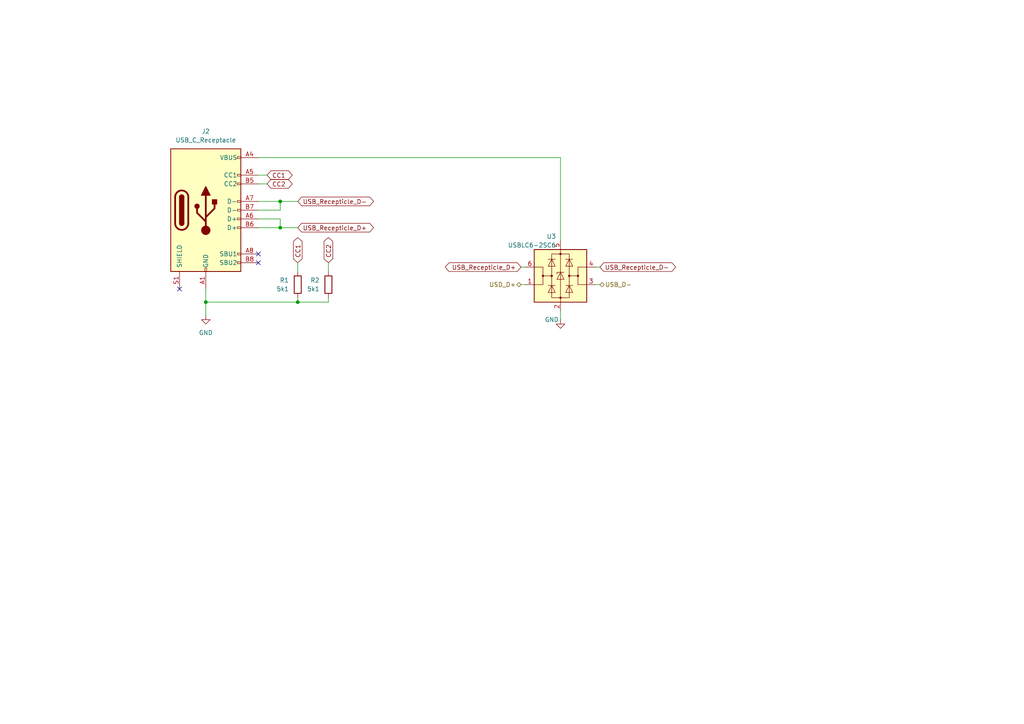
<source format=kicad_sch>
(kicad_sch (version 20231120) (generator "eeschema") (generator_version "8.0")
  (paper "A4")
  (lib_symbols
    (symbol "Connector:USB_C_Receptacle_USB2.0" (pin_names (offset 1.016))
      (property "Reference" "J" (at -10.16 19.05 0))
      (property "Value" "USB_C_Receptacle_USB2.0" (at 19.05 19.05 0))
      (symbol "USB_C_Receptacle_USB2.0_0_0"
        (rectangle (start -0.254 -17.78) (end 0.254 -16.764))
        (rectangle (start 10.16 -14.986) (end 9.144 -15.494))
        (rectangle (start 10.16 -12.446) (end 9.144 -12.954))
        (rectangle (start 10.16 -4.826) (end 9.144 -5.334))
        (rectangle (start 10.16 -2.286) (end 9.144 -2.794))
        (rectangle (start 10.16 0.254) (end 9.144 -0.254))
        (rectangle (start 10.16 2.794) (end 9.144 2.286))
        (rectangle (start 10.16 7.874) (end 9.144 7.366))
        (rectangle (start 10.16 10.414) (end 9.144 9.906))
        (rectangle (start 10.16 15.494) (end 9.144 14.986))
      )
      (symbol "USB_C_Receptacle_USB2.0_0_1"
        (rectangle (start -10.16 17.78) (end 10.16 -17.78) (stroke (width 0.254)) (fill (type background)))
        (arc (start -8.89 -3.81) (mid -6.985 -5.7067) (end -5.08 -3.81) (stroke (width 0.508)))
        (arc (start -7.62 -3.81) (mid -6.985 -4.4423) (end -6.35 -3.81) (stroke (width 0.254)))
        (arc (start -7.62 -3.81) (mid -6.985 -4.4423) (end -6.35 -3.81) (stroke (width 0.254)) (fill (type outline)))
        (rectangle (start -7.62 -3.81) (end -6.35 3.81) (stroke (width 0.254)) (fill (type outline)))
        (arc (start -6.35 3.81) (mid -6.985 4.4423) (end -7.62 3.81) (stroke (width 0.254)))
        (arc (start -6.35 3.81) (mid -6.985 4.4423) (end -7.62 3.81) (stroke (width 0.254)) (fill (type outline)))
        (arc (start -5.08 3.81) (mid -6.985 5.7067) (end -8.89 3.81) (stroke (width 0.508)))
        (circle (center -2.54 1.143) (radius 0.635) (stroke (width 0.254)) (fill (type outline)))
        (circle (center 0 -5.842) (radius 1.27) (fill (type outline)))
        (polyline (pts (xy -8.89 -3.81) (xy -8.89 3.81)) (stroke (width 0.508)))
        (polyline (pts (xy -5.08 3.81) (xy -5.08 -3.81)) (stroke (width 0.508)))
        (polyline (pts (xy 0 -5.842) (xy 0 4.318)) (stroke (width 0.508)))
        (polyline (pts (xy 0 -3.302) (xy -2.54 -0.762) (xy -2.54 0.508)) (stroke (width 0.508)))
        (polyline (pts (xy 0 -2.032) (xy 2.54 0.508) (xy 2.54 1.778)) (stroke (width 0.508)))
        (polyline (pts (xy -1.27 4.318) (xy 0 6.858) (xy 1.27 4.318) (xy -1.27 4.318)) (stroke (width 0.254)) (fill (type outline)))
        (rectangle (start 1.905 1.778) (end 3.175 3.048) (stroke (width 0.254)) (fill (type outline)))
      )
      (symbol "USB_C_Receptacle_USB2.0_1_1"
        (pin passive line (at 0 -22.86 90) (length 5.08) (name "GND") (number "A1"))
        (pin passive line (at 0 -22.86 90) (length 5.08) hide (name "GND") (number "A12"))
        (pin passive line (at 15.24 15.24 180) (length 5.08) (name "VBUS") (number "A4"))
        (pin bidirectional line (at 15.24 10.16 180) (length 5.08) (name "CC1") (number "A5"))
        (pin bidirectional line (at 15.24 -2.54 180) (length 5.08) (name "D+") (number "A6"))
        (pin bidirectional line (at 15.24 2.54 180) (length 5.08) (name "D-") (number "A7"))
        (pin bidirectional line (at 15.24 -12.7 180) (length 5.08) (name "SBU1") (number "A8"))
        (pin passive line (at 15.24 15.24 180) (length 5.08) hide (name "VBUS") (number "A9"))
        (pin passive line (at 0 -22.86 90) (length 5.08) hide (name "GND") (number "B1"))
        (pin passive line (at 0 -22.86 90) (length 5.08) hide (name "GND") (number "B12"))
        (pin passive line (at 15.24 15.24 180) (length 5.08) hide (name "VBUS") (number "B4"))
        (pin bidirectional line (at 15.24 7.62 180) (length 5.08) (name "CC2") (number "B5"))
        (pin bidirectional line (at 15.24 -5.08 180) (length 5.08) (name "D+") (number "B6"))
        (pin bidirectional line (at 15.24 0 180) (length 5.08) (name "D-") (number "B7"))
        (pin bidirectional line (at 15.24 -15.24 180) (length 5.08) (name "SBU2") (number "B8"))
        (pin passive line (at 15.24 15.24 180) (length 5.08) hide (name "VBUS") (number "B9"))
        (pin passive line (at -7.62 -22.86 90) (length 5.08) (name "SHIELD") (number "S1"))
      )
    )
    (symbol "Device:R" (pin_numbers hide) (pin_names (offset 0))
      (property "Reference" "R" (at 2.032 0 90))
      (property "Value" "R" (at 0 0 90))
      (symbol "R_0_1"
        (rectangle (start -1.016 -2.54) (end 1.016 2.54) (stroke (width 0.254)))
      )
      (symbol "R_1_1"
        (pin passive line (at 0 3.81 270) (length 1.27) (name "~") (number "1"))
        (pin passive line (at 0 -3.81 90) (length 1.27) (name "~") (number "2"))
      )
    )
    (symbol "Power_Protection:USBLC6-2SC6" (pin_names hide)
      (property "Reference" "U" (at 2.54 8.89 0))
      (property "Value" "USBLC6-2SC6" (at 2.54 -8.89 0))
      (symbol "USBLC6-2SC6_0_1"
        (rectangle (start -7.62 -7.62) (end 7.62 7.62) (stroke (width 0.254)) (fill (type background)))
        (circle (center -5.08 0) (radius 0.254) (fill (type outline)))
        (circle (center -2.54 0) (radius 0.254) (fill (type outline)))
        (rectangle (start -2.54 6.35) (end 2.54 -6.35))
        (circle (center 0 -6.35) (radius 0.254) (fill (type outline)))
        (polyline (pts (xy -5.08 -2.54) (xy -7.62 -2.54)))
        (polyline (pts (xy -5.08 0) (xy -5.08 -2.54)))
        (polyline (pts (xy -5.08 2.54) (xy -7.62 2.54)))
        (polyline (pts (xy -1.524 -2.794) (xy -3.556 -2.794)))
        (polyline (pts (xy -1.524 4.826) (xy -3.556 4.826)))
        (polyline (pts (xy 0 -7.62) (xy 0 -6.35)))
        (polyline (pts (xy 0 -6.35) (xy 0 1.27)))
        (polyline (pts (xy 0 1.27) (xy 0 6.35)))
        (polyline (pts (xy 0 6.35) (xy 0 7.62)))
        (polyline (pts (xy 1.524 -2.794) (xy 3.556 -2.794)))
        (polyline (pts (xy 1.524 4.826) (xy 3.556 4.826)))
        (polyline (pts (xy 5.08 -2.54) (xy 7.62 -2.54)))
        (polyline (pts (xy 5.08 0) (xy 5.08 -2.54)))
        (polyline (pts (xy 5.08 2.54) (xy 7.62 2.54)))
        (polyline (pts (xy -2.54 0) (xy -5.08 0) (xy -5.08 2.54)))
        (polyline (pts (xy 2.54 0) (xy 5.08 0) (xy 5.08 2.54)))
        (polyline (pts (xy -3.556 -4.826) (xy -1.524 -4.826) (xy -2.54 -2.794) (xy -3.556 -4.826)))
        (polyline (pts (xy -3.556 2.794) (xy -1.524 2.794) (xy -2.54 4.826) (xy -3.556 2.794)))
        (polyline (pts (xy -1.016 -1.016) (xy 1.016 -1.016) (xy 0 1.016) (xy -1.016 -1.016)))
        (polyline (pts (xy 1.016 1.016) (xy 0.762 1.016) (xy -1.016 1.016) (xy -1.016 0.508)))
        (polyline (pts (xy 3.556 -4.826) (xy 1.524 -4.826) (xy 2.54 -2.794) (xy 3.556 -4.826)))
        (polyline (pts (xy 3.556 2.794) (xy 1.524 2.794) (xy 2.54 4.826) (xy 3.556 2.794)))
        (circle (center 0 6.35) (radius 0.254) (fill (type outline)))
        (circle (center 2.54 0) (radius 0.254) (fill (type outline)))
        (circle (center 5.08 0) (radius 0.254) (fill (type outline)))
      )
      (symbol "USBLC6-2SC6_1_1"
        (pin passive line (at -10.16 -2.54 0) (length 2.54) (name "I/O1") (number "1"))
        (pin passive line (at 0 -10.16 90) (length 2.54) (name "GND") (number "2"))
        (pin passive line (at 10.16 -2.54 180) (length 2.54) (name "I/O2") (number "3"))
        (pin passive line (at 10.16 2.54 180) (length 2.54) (name "I/O2") (number "4"))
        (pin passive line (at 0 10.16 270) (length 2.54) (name "VBUS") (number "5"))
        (pin passive line (at -10.16 2.54 0) (length 2.54) (name "I/O1") (number "6"))
      )
    )
    (symbol "power:GND" (power) (pin_numbers hide) (pin_names (offset 0) hide)
      (property "Value" "GND" (at 0 -3.81 0))
      (symbol "GND_0_1"
        (polyline (pts (xy 0 0) (xy 0 -1.27) (xy 1.27 -1.27) (xy 0 -2.54) (xy -1.27 -1.27) (xy 0 -1.27)))
      )
      (symbol "GND_1_1"
        (pin power_in line (at 0 0 270) (length 0) (name "~") (number "1"))
      )
    )
  )
  (junction (at 59.69 87.63))
  (junction (at 86.36 87.63))
  (junction (at 81.28 66.04))
  (junction (at 81.28 58.42))
  (no_connect (at 52.07 83.82))
  (no_connect (at 74.93 73.66))
  (no_connect (at 74.93 76.2))
  (wire (pts (xy 59.69 87.63) (xy 59.69 91.44)))
  (wire (pts (xy 81.28 58.42) (xy 74.93 58.42)))
  (wire (pts (xy 81.28 58.42) (xy 81.28 60.96)))
  (wire (pts (xy 74.93 63.5) (xy 81.28 63.5)))
  (wire (pts (xy 59.69 83.82) (xy 59.69 87.63)))
  (wire (pts (xy 81.28 63.5) (xy 81.28 66.04)))
  (wire (pts (xy 86.36 76.2) (xy 86.36 78.74)))
  (wire (pts (xy 74.93 45.72) (xy 162.56 45.72)))
  (wire (pts (xy 86.36 58.42) (xy 81.28 58.42)))
  (wire (pts (xy 74.93 60.96) (xy 81.28 60.96)))
  (wire (pts (xy 81.28 66.04) (xy 74.93 66.04)))
  (wire (pts (xy 86.36 86.36) (xy 86.36 87.63)))
  (wire (pts (xy 162.56 90.17) (xy 162.56 92.71)))
  (wire (pts (xy 77.47 53.34) (xy 74.93 53.34)))
  (wire (pts (xy 77.47 50.8) (xy 74.93 50.8)))
  (wire (pts (xy 95.25 86.36) (xy 95.25 87.63)))
  (wire (pts (xy 95.25 87.63) (xy 86.36 87.63)))
  (wire (pts (xy 172.72 77.47) (xy 173.99 77.47)))
  (wire (pts (xy 151.13 77.47) (xy 152.4 77.47)))
  (wire (pts (xy 95.25 76.2) (xy 95.25 78.74)))
  (wire (pts (xy 81.28 66.04) (xy 86.36 66.04)))
  (wire (pts (xy 173.99 82.55) (xy 172.72 82.55)))
  (wire (pts (xy 59.69 87.63) (xy 86.36 87.63)))
  (wire (pts (xy 162.56 45.72) (xy 162.56 69.85)))
  (wire (pts (xy 151.13 82.55) (xy 152.4 82.55)))
  (global_label "CC2" (shape bidirectional) (at 95.25 76.2 90) (property "Intersheetrefs" "${INTERSHEET_REFS}" (effects (hide yes))))
  (global_label "USB_Recepticle_D+" (shape bidirectional) (at 151.13 77.47 180) (property "Intersheetrefs" "${INTERSHEET_REFS}" (effects (hide yes))))
  (global_label "USB_Recepticle_D+" (shape bidirectional) (at 86.36 66.04 0) (property "Intersheetrefs" "${INTERSHEET_REFS}" (effects (hide yes))))
  (global_label "CC1" (shape bidirectional) (at 86.36 76.2 90) (property "Intersheetrefs" "${INTERSHEET_REFS}" (effects (hide yes))))
  (global_label "CC1" (shape bidirectional) (at 77.47 50.8 0) (property "Intersheetrefs" "${INTERSHEET_REFS}" (effects (hide yes))))
  (global_label "USB_Recepticle_D-" (shape bidirectional) (at 173.99 77.47 0) (property "Intersheetrefs" "${INTERSHEET_REFS}" (effects (hide yes))))
  (global_label "USB_Recepticle_D-" (shape bidirectional) (at 86.36 58.42 0) (property "Intersheetrefs" "${INTERSHEET_REFS}" (effects (hide yes))))
  (global_label "CC2" (shape bidirectional) (at 77.47 53.34 0) (property "Intersheetrefs" "${INTERSHEET_REFS}" (effects (hide yes))))
  (hierarchical_label "USD_D+" (shape bidirectional) (at 151.13 82.55 180))
  (hierarchical_label "USB_D-" (shape bidirectional) (at 173.99 82.55 0))
  (symbol (lib_id "power:GND") (at 162.56 92.71 0) (mirror y) (unit 1)
    (property "Reference" "#PWR025" (effects (hide yes)))
    (property "Value" "GND" (at 160.02 92.71 0))
  )
  (symbol (lib_id "power:GND") (at 59.69 91.44 0) (mirror y) (unit 1)
    (property "Reference" "#PWR06" (effects (hide yes)))
    (property "Value" "GND" (at 59.69 96.52 0))
  )
  (symbol (lib_id "Device:R") (at 86.36 82.55 0) (mirror y) (unit 1)
    (property "Reference" "R1" (at 83.82 81.2799 0) (effects (justify left)))
    (property "Value" "5k1" (at 83.82 83.8199 0) (effects (justify left)))
    (property "Footprint" "Resistor_SMD:R_0402_1005Metric_Pad0.72x0.64mm_HandSolder" (effects (hide yes)))
  )
  (symbol (lib_id "Connector:USB_C_Receptacle_USB2.0") (at 59.69 60.96 0) (unit 1)
    (property "Reference" "J2" (at 59.69 38.1 0))
    (property "Value" "USB_C_Receptacle" (at 59.69 40.64 0))
    (property "Footprint" "Prj_Connectors_USB:USB_C_Receptacle_SHOU_HAN_TYPE_C_16P_CB1.6_073" (effects (hide yes)))
    (property "Datasheet" "https://www.usb.org/sites/default/files/documents/usb_type-c.zip" (effects (hide yes)))
  )
  (symbol (lib_id "Power_Protection:USBLC6-2SC6") (at 162.56 80.01 0) (unit 1)
    (property "Reference" "U3" (at 161.29 68.58 0) (effects (justify right)))
    (property "Value" "USBLC6-2SC6" (at 161.29 71.12 0) (effects (justify right)))
    (property "Footprint" "Package_TO_SOT_SMD:SOT-23-6" (effects (hide yes)))
    (property "Datasheet" "https://www.st.com/resource/en/datasheet/usblc6-2.pdf" (effects (hide yes)))
  )
  (symbol (lib_id "Device:R") (at 95.25 82.55 0) (mirror y) (unit 1)
    (property "Reference" "R2" (at 92.71 81.2799 0) (effects (justify left)))
    (property "Value" "5k1" (at 92.71 83.8199 0) (effects (justify left)))
    (property "Footprint" "Resistor_SMD:R_0402_1005Metric_Pad0.72x0.64mm_HandSolder" (effects (hide yes)))
  )
)
</source>
